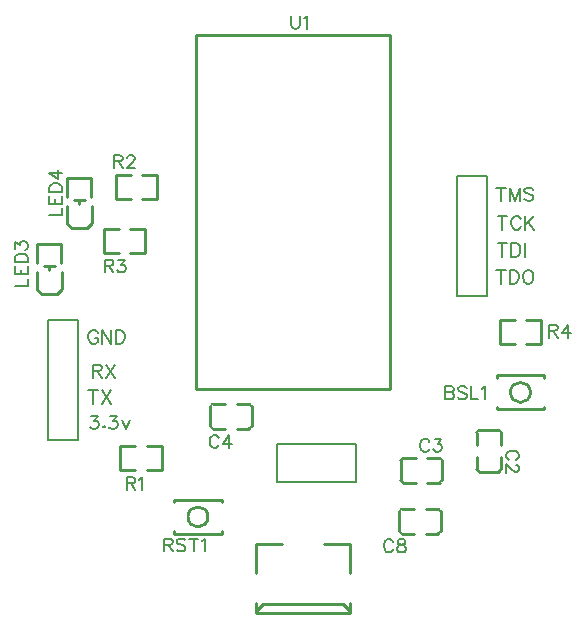
<source format=gto>
G04 Layer: TopSilkLayer*
G04 EasyEDA v6.4.14, 2021-02-19T19:43:34--5:00*
G04 2728a531d0ad4e71a9f6f8894443a7d9,7db2125e4611476bb2993bf99425ef50,10*
G04 Gerber Generator version 0.2*
G04 Scale: 100 percent, Rotated: No, Reflected: No *
G04 Dimensions in millimeters *
G04 leading zeros omitted , absolute positions ,4 integer and 5 decimal *
%FSLAX45Y45*%
%MOMM*%

%ADD10C,0.2540*%
%ADD26C,0.2032*%
%ADD27C,0.2030*%
%ADD28C,0.2007*%
%ADD29C,0.1524*%

%LPD*%
D26*
X785495Y1897253D02*
G01*
X785495Y1782699D01*
X747395Y1897253D02*
G01*
X823849Y1897253D01*
X859663Y1897253D02*
G01*
X936117Y1782699D01*
X936117Y1897253D02*
G01*
X859663Y1782699D01*
X785495Y2113153D02*
G01*
X785495Y1998599D01*
X785495Y2113153D02*
G01*
X834517Y2113153D01*
X851027Y2107565D01*
X856361Y2102231D01*
X861949Y2091309D01*
X861949Y2080387D01*
X856361Y2069465D01*
X851027Y2063877D01*
X834517Y2058543D01*
X785495Y2058543D01*
X823595Y2058543D02*
G01*
X861949Y1998599D01*
X897763Y2113153D02*
G01*
X974217Y1998599D01*
X974217Y2113153D02*
G01*
X897763Y1998599D01*
X771017Y1681353D02*
G01*
X830961Y1681353D01*
X798195Y1637665D01*
X814705Y1637665D01*
X825627Y1632077D01*
X830961Y1626743D01*
X836549Y1610487D01*
X836549Y1599565D01*
X830961Y1583055D01*
X820039Y1572132D01*
X803782Y1566799D01*
X787273Y1566799D01*
X771017Y1572132D01*
X765429Y1577721D01*
X760095Y1588643D01*
X877951Y1593977D02*
G01*
X872363Y1588643D01*
X877951Y1583055D01*
X883285Y1588643D01*
X877951Y1593977D01*
X930275Y1681353D02*
G01*
X990219Y1681353D01*
X957453Y1637665D01*
X973963Y1637665D01*
X984885Y1632077D01*
X990219Y1626743D01*
X995806Y1610487D01*
X995806Y1599565D01*
X990219Y1583055D01*
X979297Y1572132D01*
X963040Y1566799D01*
X946531Y1566799D01*
X930275Y1572132D01*
X924940Y1577721D01*
X919353Y1588643D01*
X1031620Y1642999D02*
G01*
X1064386Y1566799D01*
X1097153Y1642999D02*
G01*
X1064386Y1566799D01*
X829182Y2377821D02*
G01*
X823849Y2388743D01*
X812927Y2399665D01*
X802005Y2405253D01*
X780161Y2405253D01*
X769239Y2399665D01*
X758317Y2388743D01*
X752729Y2377821D01*
X747395Y2361565D01*
X747395Y2334387D01*
X752729Y2317877D01*
X758317Y2306955D01*
X769239Y2296032D01*
X780161Y2290699D01*
X802005Y2290699D01*
X812927Y2296032D01*
X823849Y2306955D01*
X829182Y2317877D01*
X829182Y2334387D01*
X802005Y2334387D02*
G01*
X829182Y2334387D01*
X865251Y2405253D02*
G01*
X865251Y2290699D01*
X865251Y2405253D02*
G01*
X941451Y2290699D01*
X941451Y2405253D02*
G01*
X941451Y2290699D01*
X977519Y2405253D02*
G01*
X977519Y2290699D01*
X977519Y2405253D02*
G01*
X1015872Y2405253D01*
X1032129Y2399665D01*
X1043051Y2388743D01*
X1048385Y2377821D01*
X1053972Y2361565D01*
X1053972Y2334387D01*
X1048385Y2317877D01*
X1043051Y2306955D01*
X1032129Y2296032D01*
X1015872Y2290699D01*
X977519Y2290699D01*
X4239895Y2913253D02*
G01*
X4239895Y2798699D01*
X4201795Y2913253D02*
G01*
X4278249Y2913253D01*
X4314063Y2913253D02*
G01*
X4314063Y2798699D01*
X4314063Y2913253D02*
G01*
X4352417Y2913253D01*
X4368672Y2907665D01*
X4379595Y2896743D01*
X4385183Y2885821D01*
X4390517Y2869565D01*
X4390517Y2842387D01*
X4385183Y2825877D01*
X4379595Y2814955D01*
X4368672Y2804032D01*
X4352417Y2798699D01*
X4314063Y2798699D01*
X4459351Y2913253D02*
G01*
X4448429Y2907665D01*
X4437506Y2896743D01*
X4431919Y2885821D01*
X4426585Y2869565D01*
X4426585Y2842387D01*
X4431919Y2825877D01*
X4437506Y2814955D01*
X4448429Y2804032D01*
X4459351Y2798699D01*
X4480940Y2798699D01*
X4491863Y2804032D01*
X4502785Y2814955D01*
X4508372Y2825877D01*
X4513706Y2842387D01*
X4513706Y2869565D01*
X4508372Y2885821D01*
X4502785Y2896743D01*
X4491863Y2907665D01*
X4480940Y2913253D01*
X4459351Y2913253D01*
X4252595Y3141853D02*
G01*
X4252595Y3027299D01*
X4214495Y3141853D02*
G01*
X4290949Y3141853D01*
X4326763Y3141853D02*
G01*
X4326763Y3027299D01*
X4326763Y3141853D02*
G01*
X4365117Y3141853D01*
X4381372Y3136265D01*
X4392295Y3125343D01*
X4397883Y3114421D01*
X4403217Y3098165D01*
X4403217Y3070987D01*
X4397883Y3054477D01*
X4392295Y3043555D01*
X4381372Y3032632D01*
X4365117Y3027299D01*
X4326763Y3027299D01*
X4439285Y3141853D02*
G01*
X4439285Y3027299D01*
X4252595Y3370453D02*
G01*
X4252595Y3255899D01*
X4214495Y3370453D02*
G01*
X4290949Y3370453D01*
X4408551Y3343021D02*
G01*
X4403217Y3353943D01*
X4392295Y3364865D01*
X4381372Y3370453D01*
X4359529Y3370453D01*
X4348606Y3364865D01*
X4337685Y3353943D01*
X4332351Y3343021D01*
X4326763Y3326765D01*
X4326763Y3299587D01*
X4332351Y3283077D01*
X4337685Y3272155D01*
X4348606Y3261232D01*
X4359529Y3255899D01*
X4381372Y3255899D01*
X4392295Y3261232D01*
X4403217Y3272155D01*
X4408551Y3283077D01*
X4444619Y3370453D02*
G01*
X4444619Y3255899D01*
X4521072Y3370453D02*
G01*
X4444619Y3293999D01*
X4472051Y3321177D02*
G01*
X4521072Y3255899D01*
X4239895Y3611753D02*
G01*
X4239895Y3497199D01*
X4201795Y3611753D02*
G01*
X4278249Y3611753D01*
X4314063Y3611753D02*
G01*
X4314063Y3497199D01*
X4314063Y3611753D02*
G01*
X4357751Y3497199D01*
X4401438Y3611753D02*
G01*
X4357751Y3497199D01*
X4401438Y3611753D02*
G01*
X4401438Y3497199D01*
X4513706Y3595243D02*
G01*
X4502785Y3606165D01*
X4486529Y3611753D01*
X4464685Y3611753D01*
X4448429Y3606165D01*
X4437506Y3595243D01*
X4437506Y3584321D01*
X4442840Y3573399D01*
X4448429Y3568065D01*
X4459351Y3562477D01*
X4491863Y3551809D01*
X4502785Y3546221D01*
X4508372Y3540887D01*
X4513706Y3529965D01*
X4513706Y3513455D01*
X4502785Y3502532D01*
X4486529Y3497199D01*
X4464685Y3497199D01*
X4448429Y3502532D01*
X4437506Y3513455D01*
D29*
X1387729Y639445D02*
G01*
X1387729Y530479D01*
X1387729Y639445D02*
G01*
X1434465Y639445D01*
X1449959Y634365D01*
X1455293Y629031D01*
X1460372Y618617D01*
X1460372Y608203D01*
X1455293Y597789D01*
X1449959Y592709D01*
X1434465Y587629D01*
X1387729Y587629D01*
X1424051Y587629D02*
G01*
X1460372Y530479D01*
X1567561Y623951D02*
G01*
X1557147Y634365D01*
X1541399Y639445D01*
X1520825Y639445D01*
X1505077Y634365D01*
X1494663Y623951D01*
X1494663Y613537D01*
X1499997Y603123D01*
X1505077Y597789D01*
X1515490Y592709D01*
X1546733Y582295D01*
X1557147Y577215D01*
X1562227Y571881D01*
X1567561Y561467D01*
X1567561Y545973D01*
X1557147Y535559D01*
X1541399Y530479D01*
X1520825Y530479D01*
X1505077Y535559D01*
X1494663Y545973D01*
X1638172Y639445D02*
G01*
X1638172Y530479D01*
X1601851Y639445D02*
G01*
X1674495Y639445D01*
X1708785Y618617D02*
G01*
X1719199Y623951D01*
X1734693Y639445D01*
X1734693Y530479D01*
X3769995Y1929511D02*
G01*
X3769995Y1820545D01*
X3769995Y1929511D02*
G01*
X3816731Y1929511D01*
X3832225Y1924431D01*
X3837559Y1919097D01*
X3842638Y1908682D01*
X3842638Y1898269D01*
X3837559Y1887855D01*
X3832225Y1882775D01*
X3816731Y1877695D01*
X3769995Y1877695D02*
G01*
X3816731Y1877695D01*
X3832225Y1872361D01*
X3837559Y1867281D01*
X3842638Y1856867D01*
X3842638Y1841119D01*
X3837559Y1830705D01*
X3832225Y1825625D01*
X3816731Y1820545D01*
X3769995Y1820545D01*
X3949827Y1914017D02*
G01*
X3939413Y1924431D01*
X3923665Y1929511D01*
X3903090Y1929511D01*
X3887343Y1924431D01*
X3876929Y1914017D01*
X3876929Y1903603D01*
X3882263Y1893189D01*
X3887343Y1887855D01*
X3897756Y1882775D01*
X3928999Y1872361D01*
X3939413Y1867281D01*
X3944493Y1861947D01*
X3949827Y1851532D01*
X3949827Y1836039D01*
X3939413Y1825625D01*
X3923665Y1820545D01*
X3903090Y1820545D01*
X3887343Y1825625D01*
X3876929Y1836039D01*
X3984117Y1929511D02*
G01*
X3984117Y1820545D01*
X3984117Y1820545D02*
G01*
X4046347Y1820545D01*
X4080636Y1908682D02*
G01*
X4091051Y1914017D01*
X4106545Y1929511D01*
X4106545Y1820545D01*
X124079Y2779395D02*
G01*
X233045Y2779395D01*
X233045Y2779395D02*
G01*
X233045Y2841625D01*
X124079Y2875915D02*
G01*
X233045Y2875915D01*
X124079Y2875915D02*
G01*
X124079Y2943479D01*
X175895Y2875915D02*
G01*
X175895Y2917571D01*
X233045Y2875915D02*
G01*
X233045Y2943479D01*
X124079Y2977769D02*
G01*
X233045Y2977769D01*
X124079Y2977769D02*
G01*
X124079Y3014345D01*
X129159Y3029839D01*
X139573Y3040253D01*
X149987Y3045332D01*
X165735Y3050667D01*
X191643Y3050667D01*
X207137Y3045332D01*
X217551Y3040253D01*
X227965Y3029839D01*
X233045Y3014345D01*
X233045Y2977769D01*
X124079Y3095371D02*
G01*
X124079Y3152521D01*
X165735Y3121279D01*
X165735Y3136773D01*
X170815Y3147187D01*
X175895Y3152521D01*
X191643Y3157601D01*
X202057Y3157601D01*
X217551Y3152521D01*
X227965Y3142107D01*
X233045Y3126359D01*
X233045Y3110865D01*
X227965Y3095371D01*
X222885Y3090037D01*
X212471Y3084957D01*
X416179Y3376295D02*
G01*
X525145Y3376295D01*
X525145Y3376295D02*
G01*
X525145Y3438525D01*
X416179Y3472815D02*
G01*
X525145Y3472815D01*
X416179Y3472815D02*
G01*
X416179Y3540379D01*
X467995Y3472815D02*
G01*
X467995Y3514471D01*
X525145Y3472815D02*
G01*
X525145Y3540379D01*
X416179Y3574669D02*
G01*
X525145Y3574669D01*
X416179Y3574669D02*
G01*
X416179Y3611245D01*
X421259Y3626739D01*
X431673Y3637153D01*
X442087Y3642232D01*
X457835Y3647567D01*
X483743Y3647567D01*
X499237Y3642232D01*
X509651Y3637153D01*
X520065Y3626739D01*
X525145Y3611245D01*
X525145Y3574669D01*
X416179Y3733673D02*
G01*
X488823Y3681857D01*
X488823Y3759835D01*
X416179Y3733673D02*
G01*
X525145Y3733673D01*
X883462Y3001645D02*
G01*
X883462Y2892679D01*
X883462Y3001645D02*
G01*
X930198Y3001645D01*
X945692Y2996565D01*
X951026Y2991231D01*
X956106Y2980817D01*
X956106Y2970403D01*
X951026Y2959989D01*
X945692Y2954909D01*
X930198Y2949829D01*
X883462Y2949829D01*
X919784Y2949829D02*
G01*
X956106Y2892679D01*
X1000810Y3001645D02*
G01*
X1057960Y3001645D01*
X1026972Y2959989D01*
X1042466Y2959989D01*
X1052880Y2954909D01*
X1057960Y2949829D01*
X1063294Y2934081D01*
X1063294Y2923667D01*
X1057960Y2908173D01*
X1047546Y2897759D01*
X1032052Y2892679D01*
X1016558Y2892679D01*
X1000810Y2897759D01*
X995730Y2902839D01*
X990396Y2913253D01*
X963295Y3885311D02*
G01*
X963295Y3776345D01*
X963295Y3885311D02*
G01*
X1010031Y3885311D01*
X1025525Y3880231D01*
X1030859Y3874897D01*
X1035938Y3864482D01*
X1035938Y3854069D01*
X1030859Y3843655D01*
X1025525Y3838575D01*
X1010031Y3833495D01*
X963295Y3833495D01*
X999617Y3833495D02*
G01*
X1035938Y3776345D01*
X1075563Y3859403D02*
G01*
X1075563Y3864482D01*
X1080643Y3874897D01*
X1085977Y3880231D01*
X1096390Y3885311D01*
X1116965Y3885311D01*
X1127379Y3880231D01*
X1132713Y3874897D01*
X1137793Y3864482D01*
X1137793Y3854069D01*
X1132713Y3843655D01*
X1122299Y3828161D01*
X1070229Y3776345D01*
X1143127Y3776345D01*
X1069898Y1160145D02*
G01*
X1069898Y1051179D01*
X1069898Y1160145D02*
G01*
X1116634Y1160145D01*
X1132128Y1155065D01*
X1137462Y1149731D01*
X1142542Y1139317D01*
X1142542Y1128903D01*
X1137462Y1118489D01*
X1132128Y1113409D01*
X1116634Y1108329D01*
X1069898Y1108329D01*
X1106220Y1108329D02*
G01*
X1142542Y1051179D01*
X1176832Y1139317D02*
G01*
X1187246Y1144651D01*
X1202994Y1160145D01*
X1202994Y1051179D01*
X4646295Y2450211D02*
G01*
X4646295Y2341245D01*
X4646295Y2450211D02*
G01*
X4693031Y2450211D01*
X4708525Y2445131D01*
X4713859Y2439797D01*
X4718938Y2429382D01*
X4718938Y2418969D01*
X4713859Y2408555D01*
X4708525Y2403475D01*
X4693031Y2398395D01*
X4646295Y2398395D01*
X4682617Y2398395D02*
G01*
X4718938Y2341245D01*
X4805299Y2450211D02*
G01*
X4753229Y2377567D01*
X4831206Y2377567D01*
X4805299Y2450211D02*
G01*
X4805299Y2341245D01*
X3327272Y608203D02*
G01*
X3321938Y618617D01*
X3311525Y629031D01*
X3301365Y634111D01*
X3280536Y634111D01*
X3270122Y629031D01*
X3259709Y618617D01*
X3254375Y608203D01*
X3249295Y592455D01*
X3249295Y566547D01*
X3254375Y551053D01*
X3259709Y540639D01*
X3270122Y530225D01*
X3280536Y525145D01*
X3301365Y525145D01*
X3311525Y530225D01*
X3321938Y540639D01*
X3327272Y551053D01*
X3387470Y634111D02*
G01*
X3371977Y629031D01*
X3366643Y618617D01*
X3366643Y608203D01*
X3371977Y597789D01*
X3382390Y592455D01*
X3402965Y587375D01*
X3418713Y582295D01*
X3429127Y571881D01*
X3434206Y561467D01*
X3434206Y545719D01*
X3429127Y535305D01*
X3423793Y530225D01*
X3408299Y525145D01*
X3387470Y525145D01*
X3371977Y530225D01*
X3366643Y535305D01*
X3361563Y545719D01*
X3361563Y561467D01*
X3366643Y571881D01*
X3377056Y582295D01*
X3392804Y587375D01*
X3413379Y592455D01*
X3423793Y597789D01*
X3429127Y608203D01*
X3429127Y618617D01*
X3423793Y629031D01*
X3408299Y634111D01*
X3387470Y634111D01*
X1852726Y1489837D02*
G01*
X1847392Y1500251D01*
X1836978Y1510665D01*
X1826818Y1515745D01*
X1805990Y1515745D01*
X1795576Y1510665D01*
X1785162Y1500251D01*
X1779828Y1489837D01*
X1774748Y1474089D01*
X1774748Y1448181D01*
X1779828Y1432687D01*
X1785162Y1422273D01*
X1795576Y1411859D01*
X1805990Y1406779D01*
X1826818Y1406779D01*
X1836978Y1411859D01*
X1847392Y1422273D01*
X1852726Y1432687D01*
X1938832Y1515745D02*
G01*
X1887016Y1443101D01*
X1964994Y1443101D01*
X1938832Y1515745D02*
G01*
X1938832Y1406779D01*
X3633673Y1459103D02*
G01*
X3628339Y1469517D01*
X3617925Y1479931D01*
X3607765Y1485011D01*
X3586937Y1485011D01*
X3576523Y1479931D01*
X3566109Y1469517D01*
X3560775Y1459103D01*
X3555695Y1443355D01*
X3555695Y1417447D01*
X3560775Y1401953D01*
X3566109Y1391539D01*
X3576523Y1381125D01*
X3586937Y1376045D01*
X3607765Y1376045D01*
X3617925Y1381125D01*
X3628339Y1391539D01*
X3633673Y1401953D01*
X3678377Y1485011D02*
G01*
X3735527Y1485011D01*
X3704285Y1443355D01*
X3719779Y1443355D01*
X3730193Y1438275D01*
X3735527Y1433195D01*
X3740607Y1417447D01*
X3740607Y1407032D01*
X3735527Y1391539D01*
X3725113Y1381125D01*
X3709365Y1376045D01*
X3693871Y1376045D01*
X3678377Y1381125D01*
X3673043Y1386205D01*
X3667963Y1396619D01*
X4367403Y1304417D02*
G01*
X4377817Y1309751D01*
X4388231Y1320165D01*
X4393311Y1330325D01*
X4393311Y1351153D01*
X4388231Y1361567D01*
X4377817Y1371981D01*
X4367403Y1377315D01*
X4351654Y1382395D01*
X4325747Y1382395D01*
X4310253Y1377315D01*
X4299838Y1371981D01*
X4289425Y1361567D01*
X4284345Y1351153D01*
X4284345Y1330325D01*
X4289425Y1320165D01*
X4299838Y1309751D01*
X4310253Y1304417D01*
X4367403Y1265047D02*
G01*
X4372483Y1265047D01*
X4382897Y1259713D01*
X4388231Y1254632D01*
X4393311Y1244219D01*
X4393311Y1223390D01*
X4388231Y1212977D01*
X4382897Y1207897D01*
X4372483Y1202563D01*
X4362069Y1202563D01*
X4351654Y1207897D01*
X4336161Y1218311D01*
X4284345Y1270127D01*
X4284345Y1197482D01*
X2461895Y5066411D02*
G01*
X2461895Y4988432D01*
X2466975Y4972939D01*
X2477388Y4962525D01*
X2493136Y4957445D01*
X2503551Y4957445D01*
X2519045Y4962525D01*
X2529459Y4972939D01*
X2534538Y4988432D01*
X2534538Y5066411D01*
X2568829Y5045582D02*
G01*
X2579243Y5050917D01*
X2594990Y5066411D01*
X2594990Y4957445D01*
D10*
X1874494Y678594D02*
G01*
X1474495Y678594D01*
X1874494Y968595D02*
G01*
X1474495Y968595D01*
X1874494Y678594D02*
G01*
X1874494Y700481D01*
X1874494Y946708D02*
G01*
X1874494Y968595D01*
X1474495Y678594D02*
G01*
X1474495Y700481D01*
X1474495Y946708D02*
G01*
X1474495Y968595D01*
X4604994Y1732694D02*
G01*
X4204995Y1732694D01*
X4604994Y2022695D02*
G01*
X4204995Y2022695D01*
X4604994Y1732694D02*
G01*
X4604994Y1754581D01*
X4604994Y2000808D02*
G01*
X4604994Y2022695D01*
X4204995Y1732694D02*
G01*
X4204995Y1754581D01*
X4204995Y2000808D02*
G01*
X4204995Y2022695D01*
D26*
X4125595Y2690495D02*
G01*
X3871595Y2690495D01*
X3871595Y3706495D01*
X4125595Y3706495D01*
X4125595Y3515995D01*
D27*
X4125595Y2690495D02*
G01*
X4125595Y3515995D01*
D10*
X518922Y2976118D02*
G01*
X518922Y3131057D01*
X315722Y3131057D01*
X315722Y2976118D01*
X521462Y2897378D02*
G01*
X521462Y2750057D01*
X480822Y2709418D01*
X353822Y2709418D01*
X315722Y2747518D01*
X315722Y2899918D01*
X367195Y2951794D02*
G01*
X467220Y2951794D01*
X417195Y2941802D02*
G01*
X417195Y2914904D01*
X772922Y3534918D02*
G01*
X772922Y3689857D01*
X569722Y3689857D01*
X569722Y3534918D01*
X775462Y3456178D02*
G01*
X775462Y3308857D01*
X734822Y3268218D01*
X607822Y3268218D01*
X569722Y3306318D01*
X569722Y3458718D01*
X621195Y3510594D02*
G01*
X721220Y3510594D01*
X671195Y3500602D02*
G01*
X671195Y3473704D01*
X1102194Y3058398D02*
G01*
X1227195Y3058398D01*
X1102194Y3262391D02*
G01*
X1227195Y3262391D01*
X1002195Y3058398D02*
G01*
X877194Y3058398D01*
X1002195Y3262391D02*
G01*
X877194Y3262391D01*
X1227198Y3058398D02*
G01*
X1227195Y3262391D01*
X877194Y3058398D02*
G01*
X877194Y3262391D01*
X1203794Y3515598D02*
G01*
X1328795Y3515598D01*
X1203794Y3719591D02*
G01*
X1328795Y3719591D01*
X1103795Y3515598D02*
G01*
X978794Y3515598D01*
X1103795Y3719591D02*
G01*
X978794Y3719591D01*
X1328798Y3515598D02*
G01*
X1328795Y3719591D01*
X978794Y3515598D02*
G01*
X978794Y3719591D01*
D26*
X658495Y1471295D02*
G01*
X404495Y1471295D01*
X404495Y2487295D01*
X658495Y2487295D01*
X658495Y2296795D01*
D27*
X658495Y1471295D02*
G01*
X658495Y2296795D01*
D10*
X1241894Y1216898D02*
G01*
X1366895Y1216898D01*
X1241894Y1420891D02*
G01*
X1366895Y1420891D01*
X1141895Y1216898D02*
G01*
X1016894Y1216898D01*
X1141895Y1420891D02*
G01*
X1016894Y1420891D01*
X1366898Y1216898D02*
G01*
X1366895Y1420891D01*
X1016894Y1216898D02*
G01*
X1016894Y1420891D01*
X2166493Y15824D02*
G01*
X2166493Y25806D01*
X2225497Y84810D01*
X2961487Y13817D02*
G01*
X2961487Y25806D01*
X2902483Y84810D01*
X2902483Y84810D02*
G01*
X2225497Y84810D01*
X2963494Y13817D02*
G01*
X2163495Y13817D01*
X2163495Y589813D02*
G01*
X2386838Y589813D01*
X2738069Y589813D02*
G01*
X2963494Y589813D01*
X2963494Y588797D02*
G01*
X2963494Y345274D01*
X2963494Y96380D02*
G01*
X2963494Y13817D01*
X2163495Y589813D02*
G01*
X2163495Y345274D01*
X2163495Y96380D02*
G01*
X2163495Y15824D01*
D28*
X3013329Y1117981D02*
G01*
X2343277Y1117981D01*
X2343277Y1442847D01*
X3013329Y1442847D01*
X3013329Y1117981D01*
D10*
X4354995Y2487691D02*
G01*
X4229994Y2487691D01*
X4354995Y2283698D02*
G01*
X4229994Y2283698D01*
X4454994Y2487691D02*
G01*
X4579995Y2487691D01*
X4454994Y2283698D02*
G01*
X4579995Y2283698D01*
X4229991Y2487691D02*
G01*
X4229994Y2283698D01*
X4579995Y2487691D02*
G01*
X4579995Y2283698D01*
X3729098Y865497D02*
G01*
X3729098Y705495D01*
X3379091Y865497D02*
G01*
X3379094Y705492D01*
X3604094Y681494D02*
G01*
X3709093Y681494D01*
X3604094Y889495D02*
G01*
X3709093Y889495D01*
X3504095Y681494D02*
G01*
X3399096Y681494D01*
X3504095Y889495D02*
G01*
X3399096Y889495D01*
X3379091Y867488D02*
G01*
X3379091Y865497D01*
X3379091Y869490D02*
G01*
X3379091Y865497D01*
X3379094Y701497D02*
G01*
X3379094Y705492D01*
X3729098Y869490D02*
G01*
X3729098Y865497D01*
X3729098Y701499D02*
G01*
X3729098Y705495D01*
X1778891Y1594492D02*
G01*
X1778891Y1754494D01*
X2128898Y1594492D02*
G01*
X2128895Y1754497D01*
X1903895Y1778495D02*
G01*
X1798896Y1778495D01*
X1903895Y1570494D02*
G01*
X1798896Y1570494D01*
X2003894Y1778495D02*
G01*
X2108893Y1778495D01*
X2003894Y1570494D02*
G01*
X2108893Y1570494D01*
X2128898Y1592501D02*
G01*
X2128898Y1594492D01*
X2128898Y1590499D02*
G01*
X2128898Y1594492D01*
X2128895Y1758492D02*
G01*
X2128895Y1754497D01*
X1778891Y1590499D02*
G01*
X1778891Y1594492D01*
X1778891Y1758490D02*
G01*
X1778891Y1754494D01*
X3741798Y1297297D02*
G01*
X3741798Y1137295D01*
X3391791Y1297297D02*
G01*
X3391794Y1137292D01*
X3616794Y1113294D02*
G01*
X3721793Y1113294D01*
X3616794Y1321295D02*
G01*
X3721793Y1321295D01*
X3516795Y1113294D02*
G01*
X3411796Y1113294D01*
X3516795Y1321295D02*
G01*
X3411796Y1321295D01*
X3391791Y1299288D02*
G01*
X3391791Y1297297D01*
X3391791Y1301290D02*
G01*
X3391791Y1297297D01*
X3391794Y1133297D02*
G01*
X3391794Y1137292D01*
X3741798Y1301290D02*
G01*
X3741798Y1297297D01*
X3741798Y1133299D02*
G01*
X3741798Y1137295D01*
X4218297Y1207391D02*
G01*
X4058295Y1207391D01*
X4218297Y1557398D02*
G01*
X4058292Y1557395D01*
X4034294Y1332395D02*
G01*
X4034294Y1227396D01*
X4242295Y1332395D02*
G01*
X4242295Y1227396D01*
X4034294Y1432394D02*
G01*
X4034294Y1537393D01*
X4242295Y1432394D02*
G01*
X4242295Y1537393D01*
X4220288Y1557398D02*
G01*
X4218297Y1557398D01*
X4222290Y1557398D02*
G01*
X4218297Y1557398D01*
X4054297Y1557395D02*
G01*
X4058292Y1557395D01*
X4222290Y1207391D02*
G01*
X4218297Y1207391D01*
X4054299Y1207391D02*
G01*
X4058295Y1207391D01*
X1662023Y4904181D02*
G01*
X3301187Y4904181D01*
X3301187Y1903907D01*
X1662023Y1903907D01*
X1662023Y4904181D01*
G75*
G01*
X3399097Y889495D02*
G03*
X3379092Y869490I0J-20005D01*
G75*
G01*
X3399097Y681495D02*
G02*
X3379094Y701497I0J20002D01*
G75*
G01*
X3709093Y889495D02*
G02*
X3729098Y869490I0J-20005D01*
G75*
G01*
X3709093Y681495D02*
G03*
X3729098Y701500I0J20005D01*
G75*
G01*
X2108893Y1570495D02*
G03*
X2128898Y1590500I0J20005D01*
G75*
G01*
X2108893Y1778495D02*
G02*
X2128896Y1758493I0J-20002D01*
G75*
G01*
X1798897Y1570495D02*
G02*
X1778892Y1590500I0J20005D01*
G75*
G01*
X1798897Y1778495D02*
G03*
X1778892Y1758490I0J-20005D01*
G75*
G01*
X3411797Y1321295D02*
G03*
X3391792Y1301290I0J-20005D01*
G75*
G01*
X3411797Y1113295D02*
G02*
X3391794Y1133297I0J20002D01*
G75*
G01*
X3721793Y1321295D02*
G02*
X3741798Y1301290I0J-20005D01*
G75*
G01*
X3721793Y1113295D02*
G03*
X3741798Y1133300I0J20005D01*
G75*
G01*
X4242295Y1537393D02*
G03*
X4222290Y1557398I-20005J0D01*
G75*
G01*
X4034295Y1537393D02*
G02*
X4054297Y1557396I20002J0D01*
G75*
G01*
X4242295Y1227397D02*
G02*
X4222290Y1207392I-20005J0D01*
G75*
G01*
X4034295Y1227397D02*
G03*
X4054300Y1207392I20005J0D01*
G75*
G01
X1759509Y823595D02*
G03X1759509Y823595I-85014J0D01*
G75*
G01
X4490009Y1877695D02*
G03X4490009Y1877695I-85014J0D01*
M02*

</source>
